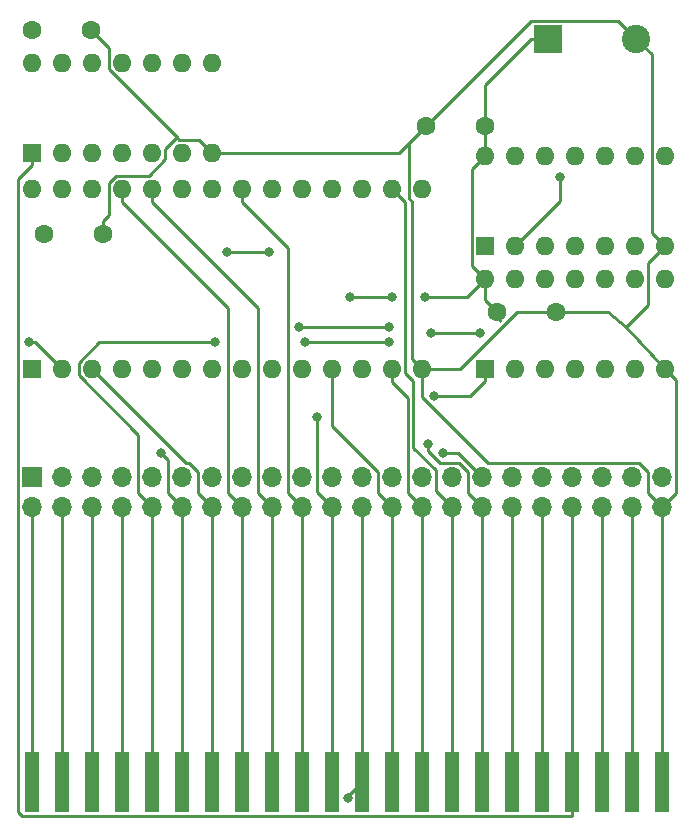
<source format=gbl>
G04 #@! TF.GenerationSoftware,KiCad,Pcbnew,(5.1.5-0)*
G04 #@! TF.CreationDate,2022-08-30T11:13:50-04:00*
G04 #@! TF.ProjectId,breakout_board,62726561-6b6f-4757-945f-626f6172642e,rev?*
G04 #@! TF.SameCoordinates,Original*
G04 #@! TF.FileFunction,Copper,L2,Bot*
G04 #@! TF.FilePolarity,Positive*
%FSLAX46Y46*%
G04 Gerber Fmt 4.6, Leading zero omitted, Abs format (unit mm)*
G04 Created by KiCad (PCBNEW (5.1.5-0)) date 2022-08-30 11:13:50*
%MOMM*%
%LPD*%
G04 APERTURE LIST*
%ADD10O,1.600000X1.600000*%
%ADD11R,1.600000X1.600000*%
%ADD12C,1.600000*%
%ADD13C,2.400000*%
%ADD14R,2.400000X2.400000*%
%ADD15R,1.270000X5.080000*%
%ADD16O,1.700000X1.700000*%
%ADD17R,1.700000X1.700000*%
%ADD18C,0.800000*%
%ADD19C,0.250000*%
G04 APERTURE END LIST*
D10*
X132588000Y-53594000D03*
X147828000Y-61214000D03*
X135128000Y-53594000D03*
X145288000Y-61214000D03*
X137668000Y-53594000D03*
X142748000Y-61214000D03*
X140208000Y-53594000D03*
X140208000Y-61214000D03*
X142748000Y-53594000D03*
X137668000Y-61214000D03*
X145288000Y-53594000D03*
X135128000Y-61214000D03*
X147828000Y-53594000D03*
D11*
X132588000Y-61214000D03*
D10*
X170942000Y-61468000D03*
X186182000Y-69088000D03*
X173482000Y-61468000D03*
X183642000Y-69088000D03*
X176022000Y-61468000D03*
X181102000Y-69088000D03*
X178562000Y-61468000D03*
X178562000Y-69088000D03*
X181102000Y-61468000D03*
X176022000Y-69088000D03*
X183642000Y-61468000D03*
X173482000Y-69088000D03*
X186182000Y-61468000D03*
D11*
X170942000Y-69088000D03*
D10*
X170942000Y-71882000D03*
X186182000Y-79502000D03*
X173482000Y-71882000D03*
X183642000Y-79502000D03*
X176022000Y-71882000D03*
X181102000Y-79502000D03*
X178562000Y-71882000D03*
X178562000Y-79502000D03*
X181102000Y-71882000D03*
X176022000Y-79502000D03*
X183642000Y-71882000D03*
X173482000Y-79502000D03*
X186182000Y-71882000D03*
D11*
X170942000Y-79502000D03*
D10*
X132588000Y-64262000D03*
X165608000Y-79502000D03*
X135128000Y-64262000D03*
X163068000Y-79502000D03*
X137668000Y-64262000D03*
X160528000Y-79502000D03*
X140208000Y-64262000D03*
X157988000Y-79502000D03*
X142748000Y-64262000D03*
X155448000Y-79502000D03*
X145288000Y-64262000D03*
X152908000Y-79502000D03*
X147828000Y-64262000D03*
X150368000Y-79502000D03*
X150368000Y-64262000D03*
X147828000Y-79502000D03*
X152908000Y-64262000D03*
X145288000Y-79502000D03*
X155448000Y-64262000D03*
X142748000Y-79502000D03*
X157988000Y-64262000D03*
X140208000Y-79502000D03*
X160528000Y-64262000D03*
X137668000Y-79502000D03*
X163068000Y-64262000D03*
X135128000Y-79502000D03*
X165608000Y-64262000D03*
D11*
X132588000Y-79502000D03*
D12*
X176958000Y-74676000D03*
X171958000Y-74676000D03*
X165942000Y-58928000D03*
X170942000Y-58928000D03*
X137588000Y-50800000D03*
X132588000Y-50800000D03*
X138604000Y-68072000D03*
X133604000Y-68072000D03*
D13*
X183776000Y-51562000D03*
D14*
X176276000Y-51562000D03*
D15*
X132636260Y-114454940D03*
X135176260Y-114454940D03*
X137716260Y-114454940D03*
X140256260Y-114454940D03*
X142796260Y-114454940D03*
X145336260Y-114454940D03*
X147876260Y-114454940D03*
X150416260Y-114454940D03*
X152956260Y-114454940D03*
X155496260Y-114454940D03*
X158036260Y-114454940D03*
X160576260Y-114454940D03*
X163116260Y-114454940D03*
X165656260Y-114454940D03*
X168196260Y-114454940D03*
X170736260Y-114454940D03*
X173276260Y-114454940D03*
X175816260Y-114454940D03*
X178356260Y-114454940D03*
X180896260Y-114454940D03*
X183436260Y-114454940D03*
X185976260Y-114454940D03*
D16*
X185928000Y-91186000D03*
X185928000Y-88646000D03*
X183388000Y-91186000D03*
X183388000Y-88646000D03*
X180848000Y-91186000D03*
X180848000Y-88646000D03*
X178308000Y-91186000D03*
X178308000Y-88646000D03*
X175768000Y-91186000D03*
X175768000Y-88646000D03*
X173228000Y-91186000D03*
X173228000Y-88646000D03*
X170688000Y-91186000D03*
X170688000Y-88646000D03*
X168148000Y-91186000D03*
X168148000Y-88646000D03*
X165608000Y-91186000D03*
X165608000Y-88646000D03*
X163068000Y-91186000D03*
X163068000Y-88646000D03*
X160528000Y-91186000D03*
X160528000Y-88646000D03*
X157988000Y-91186000D03*
X157988000Y-88646000D03*
X155448000Y-91186000D03*
X155448000Y-88646000D03*
X152908000Y-91186000D03*
X152908000Y-88646000D03*
X150368000Y-91186000D03*
X150368000Y-88646000D03*
X147828000Y-91186000D03*
X147828000Y-88646000D03*
X145288000Y-91186000D03*
X145288000Y-88646000D03*
X142748000Y-91186000D03*
X142748000Y-88646000D03*
X140208000Y-91186000D03*
X140208000Y-88646000D03*
X137668000Y-91186000D03*
X137668000Y-88646000D03*
X135128000Y-91186000D03*
X135128000Y-88646000D03*
X132588000Y-91186000D03*
D17*
X132588000Y-88646000D03*
D18*
X155194000Y-75946000D03*
X162814000Y-75946000D03*
X166370000Y-76454000D03*
X170541999Y-76454000D03*
X167386000Y-86614000D03*
X148082000Y-77216000D03*
X155702000Y-77216000D03*
X162814000Y-77216000D03*
X166624000Y-81788000D03*
X143510000Y-86614000D03*
X156718000Y-83566000D03*
X132334000Y-77216000D03*
X159331098Y-115824000D03*
X166116000Y-85852000D03*
X159512000Y-73406000D03*
X163068000Y-73406000D03*
X165862000Y-73406000D03*
X152654000Y-69596000D03*
X149098000Y-69596000D03*
X177292000Y-63246000D03*
D19*
X155194000Y-75946000D02*
X162814000Y-75946000D01*
X166370000Y-76454000D02*
X170541999Y-76454000D01*
X168656000Y-86614000D02*
X170688000Y-88646000D01*
X167386000Y-86614000D02*
X168656000Y-86614000D01*
X132588000Y-114406680D02*
X132636260Y-114454940D01*
X132588000Y-91186000D02*
X132588000Y-114406680D01*
X135128000Y-114406680D02*
X135176260Y-114454940D01*
X135128000Y-91186000D02*
X135128000Y-114406680D01*
X137668000Y-114406680D02*
X137716260Y-114454940D01*
X137668000Y-91186000D02*
X137668000Y-114406680D01*
X140208000Y-114406680D02*
X140256260Y-114454940D01*
X140208000Y-91186000D02*
X140208000Y-114406680D01*
X142748000Y-114406680D02*
X142796260Y-114454940D01*
X142748000Y-91186000D02*
X142748000Y-114406680D01*
X141572999Y-90010999D02*
X141572999Y-85072001D01*
X136542999Y-78961999D02*
X138288998Y-77216000D01*
X136542999Y-80042001D02*
X136542999Y-78961999D01*
X138288998Y-77216000D02*
X148082000Y-77216000D01*
X141572999Y-85072001D02*
X136542999Y-80042001D01*
X142748000Y-91186000D02*
X141572999Y-90010999D01*
X155702000Y-77216000D02*
X162814000Y-77216000D01*
X170942000Y-80552000D02*
X170942000Y-79502000D01*
X169706000Y-81788000D02*
X170942000Y-80552000D01*
X166624000Y-81788000D02*
X169706000Y-81788000D01*
X145288000Y-114406680D02*
X145336260Y-114454940D01*
X145288000Y-91186000D02*
X145288000Y-114406680D01*
X144112999Y-90010999D02*
X144438001Y-90336001D01*
X144112999Y-87216999D02*
X144112999Y-90010999D01*
X144438001Y-90336001D02*
X145288000Y-91186000D01*
X143510000Y-86614000D02*
X144112999Y-87216999D01*
X147828000Y-114406680D02*
X147876260Y-114454940D01*
X147828000Y-91186000D02*
X147828000Y-114406680D01*
X146978001Y-90336001D02*
X147828000Y-91186000D01*
X146652999Y-88271997D02*
X146652999Y-90010999D01*
X145852001Y-87470999D02*
X146652999Y-88271997D01*
X146652999Y-90010999D02*
X146978001Y-90336001D01*
X145636999Y-87470999D02*
X145852001Y-87470999D01*
X137668000Y-79502000D02*
X145636999Y-87470999D01*
X150368000Y-114406680D02*
X150416260Y-114454940D01*
X150368000Y-91186000D02*
X150368000Y-114406680D01*
X149606000Y-90424000D02*
X150368000Y-91186000D01*
X149192999Y-74378369D02*
X149192999Y-90010999D01*
X140208000Y-65393370D02*
X149192999Y-74378369D01*
X149192999Y-90010999D02*
X149606000Y-90424000D01*
X140208000Y-64262000D02*
X140208000Y-65393370D01*
X152908000Y-114406680D02*
X152956260Y-114454940D01*
X152908000Y-91186000D02*
X152908000Y-114406680D01*
X152058001Y-90336001D02*
X152908000Y-91186000D01*
X151732999Y-74378369D02*
X151732999Y-90010999D01*
X142748000Y-65393370D02*
X151732999Y-74378369D01*
X151732999Y-90010999D02*
X152058001Y-90336001D01*
X142748000Y-64262000D02*
X142748000Y-65393370D01*
X155448000Y-114406680D02*
X155496260Y-114454940D01*
X155448000Y-91186000D02*
X155448000Y-114406680D01*
X154272999Y-90010999D02*
X154598001Y-90336001D01*
X154598001Y-90336001D02*
X155448000Y-91186000D01*
X154272999Y-69298369D02*
X154272999Y-90010999D01*
X150368000Y-65393370D02*
X154272999Y-69298369D01*
X150368000Y-64262000D02*
X150368000Y-65393370D01*
X157988000Y-114406680D02*
X158036260Y-114454940D01*
X157988000Y-91186000D02*
X157988000Y-114406680D01*
X156718000Y-89916000D02*
X157988000Y-91186000D01*
X156718000Y-83566000D02*
X156718000Y-89916000D01*
X160528000Y-114406680D02*
X160576260Y-114454940D01*
X160528000Y-91186000D02*
X160528000Y-114406680D01*
X132842000Y-77216000D02*
X132334000Y-77216000D01*
X135128000Y-79502000D02*
X132842000Y-77216000D01*
X159331098Y-115700102D02*
X160576260Y-114454940D01*
X159331098Y-115824000D02*
X159331098Y-115700102D01*
X163068000Y-114406680D02*
X163116260Y-114454940D01*
X163068000Y-91186000D02*
X163068000Y-114406680D01*
X162218001Y-90336001D02*
X163068000Y-91186000D01*
X161892999Y-88271997D02*
X161892999Y-90010999D01*
X157988000Y-84366998D02*
X161892999Y-88271997D01*
X161892999Y-90010999D02*
X162218001Y-90336001D01*
X157988000Y-79502000D02*
X157988000Y-84366998D01*
X165608000Y-114406680D02*
X165656260Y-114454940D01*
X165608000Y-91186000D02*
X165608000Y-114406680D01*
X164758001Y-90336001D02*
X165608000Y-91186000D01*
X164432999Y-90010999D02*
X164758001Y-90336001D01*
X164432999Y-81998369D02*
X164432999Y-90010999D01*
X163068000Y-80633370D02*
X164432999Y-81998369D01*
X163068000Y-79502000D02*
X163068000Y-80633370D01*
X168148000Y-114406680D02*
X168196260Y-114454940D01*
X168148000Y-91186000D02*
X168148000Y-114406680D01*
X164193001Y-65387001D02*
X163867999Y-65061999D01*
X164193001Y-79865001D02*
X164193001Y-65387001D01*
X164883009Y-80555009D02*
X164193001Y-79865001D01*
X166783001Y-88081999D02*
X164883009Y-86182007D01*
X166783001Y-89821001D02*
X166783001Y-88081999D01*
X163867999Y-65061999D02*
X163068000Y-64262000D01*
X164883009Y-86182007D02*
X164883009Y-80555009D01*
X168148000Y-91186000D02*
X166783001Y-89821001D01*
X170688000Y-114406680D02*
X170736260Y-114454940D01*
X170688000Y-91186000D02*
X170688000Y-114406680D01*
X169512999Y-90010999D02*
X170688000Y-91186000D01*
X168712001Y-87470999D02*
X169512999Y-88271997D01*
X167169314Y-87470999D02*
X168712001Y-87470999D01*
X169512999Y-88271997D02*
X169512999Y-90010999D01*
X166116000Y-86417685D02*
X167169314Y-87470999D01*
X166116000Y-85852000D02*
X166116000Y-86417685D01*
X173228000Y-114406680D02*
X173276260Y-114454940D01*
X173228000Y-91186000D02*
X173228000Y-114406680D01*
X175768000Y-114406680D02*
X175816260Y-114454940D01*
X175768000Y-91186000D02*
X175768000Y-114406680D01*
X178308000Y-114406680D02*
X178356260Y-114454940D01*
X178308000Y-91186000D02*
X178308000Y-114406680D01*
X178356260Y-117244940D02*
X178356260Y-114454940D01*
X131412999Y-116991681D02*
X131741259Y-117319941D01*
X131412999Y-63439001D02*
X131412999Y-116991681D01*
X131741259Y-117319941D02*
X178281259Y-117319941D01*
X132588000Y-62264000D02*
X131412999Y-63439001D01*
X178281259Y-117319941D02*
X178356260Y-117244940D01*
X132588000Y-61214000D02*
X132588000Y-62264000D01*
X180848000Y-114406680D02*
X180896260Y-114454940D01*
X180848000Y-91186000D02*
X180848000Y-114406680D01*
X183388000Y-114406680D02*
X183436260Y-114454940D01*
X183388000Y-91186000D02*
X183388000Y-114406680D01*
X185928000Y-114406680D02*
X185976260Y-114454940D01*
X185928000Y-91186000D02*
X185928000Y-114406680D01*
X173623002Y-74676000D02*
X175826630Y-74676000D01*
X168797002Y-79502000D02*
X173623002Y-74676000D01*
X175826630Y-74676000D02*
X176958000Y-74676000D01*
X165608000Y-79502000D02*
X168797002Y-79502000D01*
X176958000Y-74676000D02*
X181356000Y-74676000D01*
X187103001Y-80423001D02*
X187103001Y-90010999D01*
X186777999Y-90336001D02*
X185928000Y-91186000D01*
X187103001Y-90010999D02*
X186777999Y-90336001D01*
X186182000Y-79502000D02*
X187103001Y-80423001D01*
X184767001Y-74058999D02*
X182880000Y-75946000D01*
X186182000Y-69088000D02*
X184767001Y-70502999D01*
X182880000Y-75946000D02*
X186182000Y-79502000D01*
X184767001Y-70502999D02*
X184767001Y-74058999D01*
X181356000Y-74676000D02*
X182880000Y-75946000D01*
X185056999Y-52842999D02*
X185056999Y-67962999D01*
X185382001Y-68288001D02*
X186182000Y-69088000D01*
X185056999Y-67962999D02*
X185382001Y-68288001D01*
X183776000Y-51562000D02*
X185056999Y-52842999D01*
X147028001Y-60414001D02*
X147828000Y-61214000D01*
X146702999Y-60088999D02*
X147028001Y-60414001D01*
X145037997Y-60088999D02*
X146702999Y-60088999D01*
X139082999Y-52294999D02*
X139082999Y-54134001D01*
X137588000Y-50800000D02*
X139082999Y-52294999D01*
X163656000Y-61214000D02*
X165942000Y-58928000D01*
X147828000Y-61214000D02*
X163656000Y-61214000D01*
X138604000Y-66940630D02*
X138604000Y-68072000D01*
X139082999Y-63721999D02*
X139082999Y-66461631D01*
X139082999Y-66461631D02*
X138604000Y-66940630D01*
X139667999Y-63136999D02*
X139082999Y-63721999D01*
X143873001Y-60850999D02*
X143873001Y-61754001D01*
X142490003Y-63136999D02*
X139667999Y-63136999D01*
X143873001Y-61754001D02*
X142490003Y-63136999D01*
X144836499Y-59887501D02*
X143873001Y-60850999D01*
X139082999Y-54134001D02*
X144836499Y-59887501D01*
X144836499Y-59887501D02*
X145037997Y-60088999D01*
X182576001Y-50362001D02*
X183776000Y-51562000D01*
X182250999Y-50036999D02*
X182576001Y-50362001D01*
X174833001Y-50036999D02*
X182250999Y-50036999D01*
X165942000Y-58928000D02*
X174833001Y-50036999D01*
X184752999Y-90010999D02*
X185078001Y-90336001D01*
X185078001Y-90336001D02*
X185928000Y-91186000D01*
X184752999Y-88271997D02*
X184752999Y-90010999D01*
X183952001Y-87470999D02*
X184752999Y-88271997D01*
X165608000Y-81845002D02*
X171233997Y-87470999D01*
X171233997Y-87470999D02*
X183952001Y-87470999D01*
X165608000Y-79502000D02*
X165608000Y-81845002D01*
X164808001Y-78702001D02*
X165608000Y-79502000D01*
X164808001Y-65365591D02*
X164808001Y-78702001D01*
X164482999Y-65040589D02*
X164808001Y-65365591D01*
X164482999Y-60387001D02*
X164482999Y-65040589D01*
X165942000Y-58928000D02*
X164482999Y-60387001D01*
X170942000Y-61468000D02*
X170942000Y-58928000D01*
X174826000Y-51562000D02*
X176276000Y-51562000D01*
X170942000Y-55446000D02*
X174826000Y-51562000D01*
X170942000Y-58928000D02*
X170942000Y-55446000D01*
X170142001Y-71082001D02*
X170942000Y-71882000D01*
X169816999Y-62593001D02*
X169816999Y-70756999D01*
X169816999Y-70756999D02*
X170142001Y-71082001D01*
X170942000Y-61468000D02*
X169816999Y-62593001D01*
X172212000Y-74930000D02*
X172212000Y-75450592D01*
X170942000Y-73660000D02*
X172212000Y-74930000D01*
X170942000Y-71882000D02*
X170942000Y-73660000D01*
X159512000Y-73406000D02*
X163068000Y-73406000D01*
X169418000Y-73406000D02*
X170942000Y-71882000D01*
X165862000Y-73406000D02*
X169418000Y-73406000D01*
X152654000Y-69596000D02*
X149098000Y-69596000D01*
X177292000Y-65278000D02*
X173482000Y-69088000D01*
X177292000Y-63246000D02*
X177292000Y-65278000D01*
M02*

</source>
